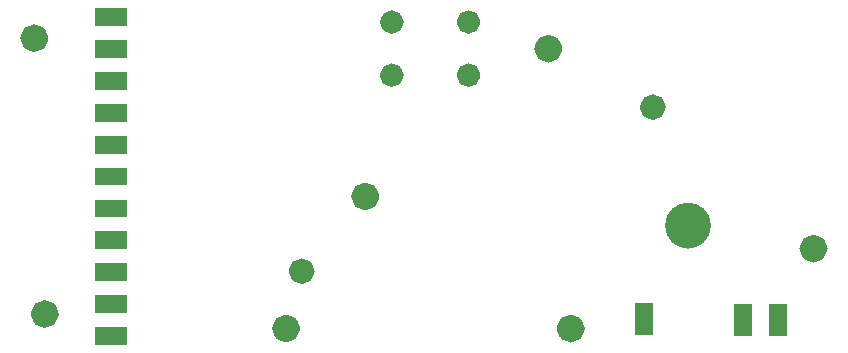
<source format=gbr>
%TF.GenerationSoftware,KiCad,Pcbnew,8.0.4*%
%TF.CreationDate,2024-08-10T15:07:54-04:00*%
%TF.ProjectId,sp-slab-osh,73702d73-6c61-4622-9d6f-73682e6b6963,rev?*%
%TF.SameCoordinates,Original*%
%TF.FileFunction,Soldermask,Bot*%
%TF.FilePolarity,Negative*%
%FSLAX46Y46*%
G04 Gerber Fmt 4.6, Leading zero omitted, Abs format (unit mm)*
G04 Created by KiCad (PCBNEW 8.0.4) date 2024-08-10 15:07:54*
%MOMM*%
%LPD*%
G01*
G04 APERTURE LIST*
%ADD10C,0.000000*%
%ADD11C,1.000000*%
%ADD12C,1.200000*%
%ADD13C,1.950000*%
%ADD14C,1.100000*%
G04 APERTURE END LIST*
D10*
G36*
X67692000Y-95881430D02*
G01*
X64992000Y-95881430D01*
X64992000Y-94381430D01*
X67692000Y-94381430D01*
X67692000Y-95881430D01*
G37*
D11*
X90640010Y-68574190D02*
G75*
G02*
X89640010Y-68574190I-500000J0D01*
G01*
X89640010Y-68574190D02*
G75*
G02*
X90640010Y-68574190I500000J0D01*
G01*
D12*
X103990010Y-70824190D02*
G75*
G02*
X102790010Y-70824190I-600000J0D01*
G01*
X102790010Y-70824190D02*
G75*
G02*
X103990010Y-70824190I600000J0D01*
G01*
D10*
G36*
X112256000Y-95076000D02*
G01*
X110756000Y-95076000D01*
X110756000Y-92376000D01*
X112256000Y-92376000D01*
X112256000Y-95076000D01*
G37*
G36*
X67692000Y-77010570D02*
G01*
X64992000Y-77010570D01*
X64992000Y-75510570D01*
X67692000Y-75510570D01*
X67692000Y-77010570D01*
G37*
G36*
X67692000Y-79706290D02*
G01*
X64992000Y-79706290D01*
X64992000Y-78206290D01*
X67692000Y-78206290D01*
X67692000Y-79706290D01*
G37*
G36*
X67692000Y-68923430D02*
G01*
X64992000Y-68923430D01*
X64992000Y-67423430D01*
X67692000Y-67423430D01*
X67692000Y-68923430D01*
G37*
D12*
X88490930Y-83342230D02*
G75*
G02*
X87290930Y-83342230I-600000J0D01*
G01*
X87290930Y-83342230D02*
G75*
G02*
X88490930Y-83342230I600000J0D01*
G01*
D11*
X97140010Y-68574190D02*
G75*
G02*
X96140010Y-68574190I-500000J0D01*
G01*
X96140010Y-68574190D02*
G75*
G02*
X97140010Y-68574190I500000J0D01*
G01*
D12*
X81790000Y-94520000D02*
G75*
G02*
X80590000Y-94520000I-600000J0D01*
G01*
X80590000Y-94520000D02*
G75*
G02*
X81790000Y-94520000I600000J0D01*
G01*
D10*
G36*
X67692000Y-85097710D02*
G01*
X64992000Y-85097710D01*
X64992000Y-83597710D01*
X67692000Y-83597710D01*
X67692000Y-85097710D01*
G37*
G36*
X67692000Y-82402000D02*
G01*
X64992000Y-82402000D01*
X64992000Y-80902000D01*
X67692000Y-80902000D01*
X67692000Y-82402000D01*
G37*
D12*
X60477830Y-69942060D02*
G75*
G02*
X59277830Y-69942060I-600000J0D01*
G01*
X59277830Y-69942060D02*
G75*
G02*
X60477830Y-69942060I600000J0D01*
G01*
D10*
G36*
X67692000Y-87793430D02*
G01*
X64992000Y-87793430D01*
X64992000Y-86293430D01*
X67692000Y-86293430D01*
X67692000Y-87793430D01*
G37*
D12*
X105890000Y-94520000D02*
G75*
G02*
X104690000Y-94520000I-600000J0D01*
G01*
X104690000Y-94520000D02*
G75*
G02*
X105890000Y-94520000I600000J0D01*
G01*
D13*
X116189960Y-85805570D02*
G75*
G02*
X114239960Y-85805570I-975000J0D01*
G01*
X114239960Y-85805570D02*
G75*
G02*
X116189960Y-85805570I975000J0D01*
G01*
D10*
G36*
X67692000Y-71619140D02*
G01*
X64992000Y-71619140D01*
X64992000Y-70119140D01*
X67692000Y-70119140D01*
X67692000Y-71619140D01*
G37*
D14*
X112792900Y-75783530D02*
G75*
G02*
X111692900Y-75783530I-550000J0D01*
G01*
X111692900Y-75783530D02*
G75*
G02*
X112792900Y-75783530I550000J0D01*
G01*
D10*
G36*
X67692000Y-93185430D02*
G01*
X64992000Y-93185430D01*
X64992000Y-91685430D01*
X67692000Y-91685430D01*
X67692000Y-93185430D01*
G37*
G36*
X67692000Y-90489430D02*
G01*
X64992000Y-90489430D01*
X64992000Y-88989430D01*
X67692000Y-88989430D01*
X67692000Y-90489430D01*
G37*
D12*
X126442810Y-87762140D02*
G75*
G02*
X125242810Y-87762140I-600000J0D01*
G01*
X125242810Y-87762140D02*
G75*
G02*
X126442810Y-87762140I600000J0D01*
G01*
D10*
G36*
X120600000Y-95180000D02*
G01*
X119100000Y-95180000D01*
X119100000Y-92480000D01*
X120600000Y-92480000D01*
X120600000Y-95180000D01*
G37*
D12*
X61363030Y-93295350D02*
G75*
G02*
X60163030Y-93295350I-600000J0D01*
G01*
X60163030Y-93295350D02*
G75*
G02*
X61363030Y-93295350I600000J0D01*
G01*
D11*
X90640010Y-73074190D02*
G75*
G02*
X89640010Y-73074190I-500000J0D01*
G01*
X89640010Y-73074190D02*
G75*
G02*
X90640010Y-73074190I500000J0D01*
G01*
X97140010Y-73074190D02*
G75*
G02*
X96140010Y-73074190I-500000J0D01*
G01*
X96140010Y-73074190D02*
G75*
G02*
X97140010Y-73074190I500000J0D01*
G01*
D10*
G36*
X123600000Y-95180000D02*
G01*
X122100000Y-95180000D01*
X122100000Y-92480000D01*
X123600000Y-92480000D01*
X123600000Y-95180000D01*
G37*
G36*
X67692000Y-74314860D02*
G01*
X64992000Y-74314860D01*
X64992000Y-72814860D01*
X67692000Y-72814860D01*
X67692000Y-74314860D01*
G37*
D14*
X83061590Y-89675820D02*
G75*
G02*
X81961590Y-89675820I-550000J0D01*
G01*
X81961590Y-89675820D02*
G75*
G02*
X83061590Y-89675820I550000J0D01*
G01*
M02*

</source>
